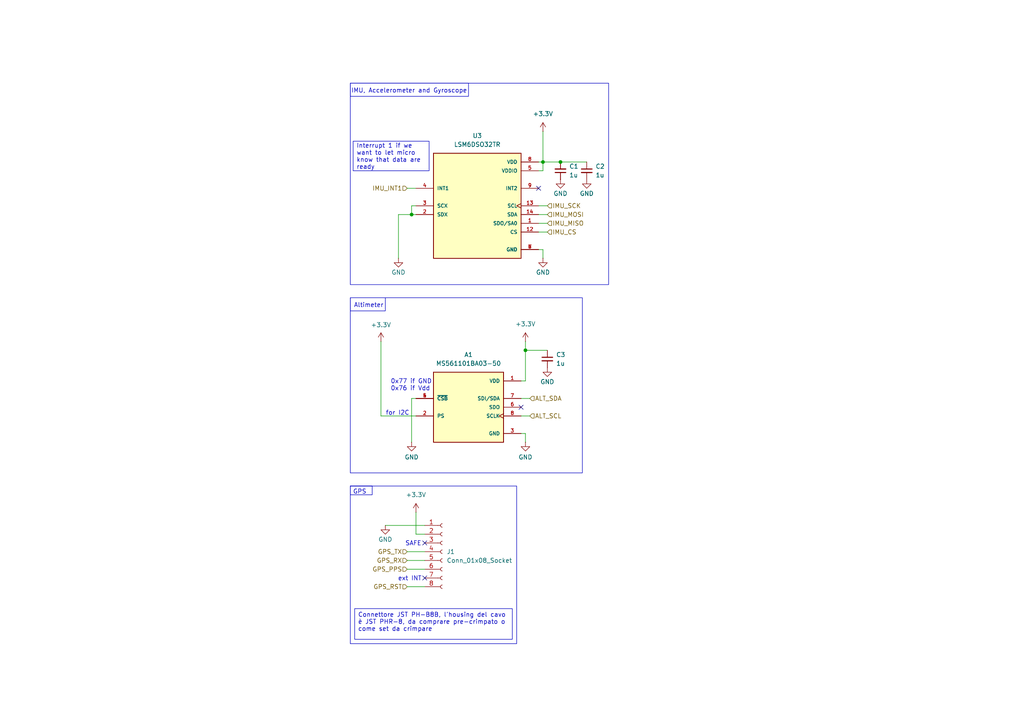
<source format=kicad_sch>
(kicad_sch
	(version 20250114)
	(generator "eeschema")
	(generator_version "9.0")
	(uuid "e4c320c5-1817-43f2-bd16-b9dccd216d6d")
	(paper "A4")
	(lib_symbols
		(symbol "Connector:Conn_01x08_Socket"
			(pin_names
				(offset 1.016)
				(hide yes)
			)
			(exclude_from_sim no)
			(in_bom yes)
			(on_board yes)
			(property "Reference" "J"
				(at 0 10.16 0)
				(effects
					(font
						(size 1.27 1.27)
					)
				)
			)
			(property "Value" "Conn_01x08_Socket"
				(at 0 -12.7 0)
				(effects
					(font
						(size 1.27 1.27)
					)
				)
			)
			(property "Footprint" ""
				(at 0 0 0)
				(effects
					(font
						(size 1.27 1.27)
					)
					(hide yes)
				)
			)
			(property "Datasheet" "~"
				(at 0 0 0)
				(effects
					(font
						(size 1.27 1.27)
					)
					(hide yes)
				)
			)
			(property "Description" "Generic connector, single row, 01x08, script generated"
				(at 0 0 0)
				(effects
					(font
						(size 1.27 1.27)
					)
					(hide yes)
				)
			)
			(property "ki_locked" ""
				(at 0 0 0)
				(effects
					(font
						(size 1.27 1.27)
					)
				)
			)
			(property "ki_keywords" "connector"
				(at 0 0 0)
				(effects
					(font
						(size 1.27 1.27)
					)
					(hide yes)
				)
			)
			(property "ki_fp_filters" "Connector*:*_1x??_*"
				(at 0 0 0)
				(effects
					(font
						(size 1.27 1.27)
					)
					(hide yes)
				)
			)
			(symbol "Conn_01x08_Socket_1_1"
				(polyline
					(pts
						(xy -1.27 7.62) (xy -0.508 7.62)
					)
					(stroke
						(width 0.1524)
						(type default)
					)
					(fill
						(type none)
					)
				)
				(polyline
					(pts
						(xy -1.27 5.08) (xy -0.508 5.08)
					)
					(stroke
						(width 0.1524)
						(type default)
					)
					(fill
						(type none)
					)
				)
				(polyline
					(pts
						(xy -1.27 2.54) (xy -0.508 2.54)
					)
					(stroke
						(width 0.1524)
						(type default)
					)
					(fill
						(type none)
					)
				)
				(polyline
					(pts
						(xy -1.27 0) (xy -0.508 0)
					)
					(stroke
						(width 0.1524)
						(type default)
					)
					(fill
						(type none)
					)
				)
				(polyline
					(pts
						(xy -1.27 -2.54) (xy -0.508 -2.54)
					)
					(stroke
						(width 0.1524)
						(type default)
					)
					(fill
						(type none)
					)
				)
				(polyline
					(pts
						(xy -1.27 -5.08) (xy -0.508 -5.08)
					)
					(stroke
						(width 0.1524)
						(type default)
					)
					(fill
						(type none)
					)
				)
				(polyline
					(pts
						(xy -1.27 -7.62) (xy -0.508 -7.62)
					)
					(stroke
						(width 0.1524)
						(type default)
					)
					(fill
						(type none)
					)
				)
				(polyline
					(pts
						(xy -1.27 -10.16) (xy -0.508 -10.16)
					)
					(stroke
						(width 0.1524)
						(type default)
					)
					(fill
						(type none)
					)
				)
				(arc
					(start 0 7.112)
					(mid -0.5058 7.62)
					(end 0 8.128)
					(stroke
						(width 0.1524)
						(type default)
					)
					(fill
						(type none)
					)
				)
				(arc
					(start 0 4.572)
					(mid -0.5058 5.08)
					(end 0 5.588)
					(stroke
						(width 0.1524)
						(type default)
					)
					(fill
						(type none)
					)
				)
				(arc
					(start 0 2.032)
					(mid -0.5058 2.54)
					(end 0 3.048)
					(stroke
						(width 0.1524)
						(type default)
					)
					(fill
						(type none)
					)
				)
				(arc
					(start 0 -0.508)
					(mid -0.5058 0)
					(end 0 0.508)
					(stroke
						(width 0.1524)
						(type default)
					)
					(fill
						(type none)
					)
				)
				(arc
					(start 0 -3.048)
					(mid -0.5058 -2.54)
					(end 0 -2.032)
					(stroke
						(width 0.1524)
						(type default)
					)
					(fill
						(type none)
					)
				)
				(arc
					(start 0 -5.588)
					(mid -0.5058 -5.08)
					(end 0 -4.572)
					(stroke
						(width 0.1524)
						(type default)
					)
					(fill
						(type none)
					)
				)
				(arc
					(start 0 -8.128)
					(mid -0.5058 -7.62)
					(end 0 -7.112)
					(stroke
						(width 0.1524)
						(type default)
					)
					(fill
						(type none)
					)
				)
				(arc
					(start 0 -10.668)
					(mid -0.5058 -10.16)
					(end 0 -9.652)
					(stroke
						(width 0.1524)
						(type default)
					)
					(fill
						(type none)
					)
				)
				(pin passive line
					(at -5.08 7.62 0)
					(length 3.81)
					(name "Pin_1"
						(effects
							(font
								(size 1.27 1.27)
							)
						)
					)
					(number "1"
						(effects
							(font
								(size 1.27 1.27)
							)
						)
					)
				)
				(pin passive line
					(at -5.08 5.08 0)
					(length 3.81)
					(name "Pin_2"
						(effects
							(font
								(size 1.27 1.27)
							)
						)
					)
					(number "2"
						(effects
							(font
								(size 1.27 1.27)
							)
						)
					)
				)
				(pin passive line
					(at -5.08 2.54 0)
					(length 3.81)
					(name "Pin_3"
						(effects
							(font
								(size 1.27 1.27)
							)
						)
					)
					(number "3"
						(effects
							(font
								(size 1.27 1.27)
							)
						)
					)
				)
				(pin passive line
					(at -5.08 0 0)
					(length 3.81)
					(name "Pin_4"
						(effects
							(font
								(size 1.27 1.27)
							)
						)
					)
					(number "4"
						(effects
							(font
								(size 1.27 1.27)
							)
						)
					)
				)
				(pin passive line
					(at -5.08 -2.54 0)
					(length 3.81)
					(name "Pin_5"
						(effects
							(font
								(size 1.27 1.27)
							)
						)
					)
					(number "5"
						(effects
							(font
								(size 1.27 1.27)
							)
						)
					)
				)
				(pin passive line
					(at -5.08 -5.08 0)
					(length 3.81)
					(name "Pin_6"
						(effects
							(font
								(size 1.27 1.27)
							)
						)
					)
					(number "6"
						(effects
							(font
								(size 1.27 1.27)
							)
						)
					)
				)
				(pin passive line
					(at -5.08 -7.62 0)
					(length 3.81)
					(name "Pin_7"
						(effects
							(font
								(size 1.27 1.27)
							)
						)
					)
					(number "7"
						(effects
							(font
								(size 1.27 1.27)
							)
						)
					)
				)
				(pin passive line
					(at -5.08 -10.16 0)
					(length 3.81)
					(name "Pin_8"
						(effects
							(font
								(size 1.27 1.27)
							)
						)
					)
					(number "8"
						(effects
							(font
								(size 1.27 1.27)
							)
						)
					)
				)
			)
			(embedded_fonts no)
		)
		(symbol "Device:C_Small"
			(pin_numbers
				(hide yes)
			)
			(pin_names
				(offset 0.254)
				(hide yes)
			)
			(exclude_from_sim no)
			(in_bom yes)
			(on_board yes)
			(property "Reference" "C"
				(at 0.254 1.778 0)
				(effects
					(font
						(size 1.27 1.27)
					)
					(justify left)
				)
			)
			(property "Value" "C_Small"
				(at 0.254 -2.032 0)
				(effects
					(font
						(size 1.27 1.27)
					)
					(justify left)
				)
			)
			(property "Footprint" ""
				(at 0 0 0)
				(effects
					(font
						(size 1.27 1.27)
					)
					(hide yes)
				)
			)
			(property "Datasheet" "~"
				(at 0 0 0)
				(effects
					(font
						(size 1.27 1.27)
					)
					(hide yes)
				)
			)
			(property "Description" "Unpolarized capacitor, small symbol"
				(at 0 0 0)
				(effects
					(font
						(size 1.27 1.27)
					)
					(hide yes)
				)
			)
			(property "ki_keywords" "capacitor cap"
				(at 0 0 0)
				(effects
					(font
						(size 1.27 1.27)
					)
					(hide yes)
				)
			)
			(property "ki_fp_filters" "C_*"
				(at 0 0 0)
				(effects
					(font
						(size 1.27 1.27)
					)
					(hide yes)
				)
			)
			(symbol "C_Small_0_1"
				(polyline
					(pts
						(xy -1.524 0.508) (xy 1.524 0.508)
					)
					(stroke
						(width 0.3048)
						(type default)
					)
					(fill
						(type none)
					)
				)
				(polyline
					(pts
						(xy -1.524 -0.508) (xy 1.524 -0.508)
					)
					(stroke
						(width 0.3302)
						(type default)
					)
					(fill
						(type none)
					)
				)
			)
			(symbol "C_Small_1_1"
				(pin passive line
					(at 0 2.54 270)
					(length 2.032)
					(name "~"
						(effects
							(font
								(size 1.27 1.27)
							)
						)
					)
					(number "1"
						(effects
							(font
								(size 1.27 1.27)
							)
						)
					)
				)
				(pin passive line
					(at 0 -2.54 90)
					(length 2.032)
					(name "~"
						(effects
							(font
								(size 1.27 1.27)
							)
						)
					)
					(number "2"
						(effects
							(font
								(size 1.27 1.27)
							)
						)
					)
				)
			)
			(embedded_fonts no)
		)
		(symbol "LSM6DSO32TR:LSM6DSO32TR"
			(pin_names
				(offset 1.016)
			)
			(exclude_from_sim no)
			(in_bom yes)
			(on_board yes)
			(property "Reference" "U"
				(at -12.7 16.002 0)
				(effects
					(font
						(size 1.27 1.27)
					)
					(justify left bottom)
				)
			)
			(property "Value" "LSM6DSO32TR"
				(at -12.7 -17.78 0)
				(effects
					(font
						(size 1.27 1.27)
					)
					(justify left bottom)
				)
			)
			(property "Footprint" "LSM6DSO32TR:XDCR_LSM6DSO32TR"
				(at 0 0 0)
				(effects
					(font
						(size 1.27 1.27)
					)
					(justify bottom)
					(hide yes)
				)
			)
			(property "Datasheet" ""
				(at 0 0 0)
				(effects
					(font
						(size 1.27 1.27)
					)
					(hide yes)
				)
			)
			(property "Description" ""
				(at 0 0 0)
				(effects
					(font
						(size 1.27 1.27)
					)
					(hide yes)
				)
			)
			(property "DigiKey_Part_Number" "497-LSM6DSO32CT-ND"
				(at 0 0 0)
				(effects
					(font
						(size 1.27 1.27)
					)
					(justify bottom)
					(hide yes)
				)
			)
			(property "SnapEDA_Link" "https://www.snapeda.com/parts/LSM6DSO32TR/STMicroelectronics/view-part/?ref=snap"
				(at 0 0 0)
				(effects
					(font
						(size 1.27 1.27)
					)
					(justify bottom)
					(hide yes)
				)
			)
			(property "MAXIMUM_PACKAGE_HEIGHT" "0.86mm"
				(at 0 0 0)
				(effects
					(font
						(size 1.27 1.27)
					)
					(justify bottom)
					(hide yes)
				)
			)
			(property "Package" "VFLGA-14 STMicroelectronics"
				(at 0 0 0)
				(effects
					(font
						(size 1.27 1.27)
					)
					(justify bottom)
					(hide yes)
				)
			)
			(property "Check_prices" "https://www.snapeda.com/parts/LSM6DSO32TR/STMicroelectronics/view-part/?ref=eda"
				(at 0 0 0)
				(effects
					(font
						(size 1.27 1.27)
					)
					(justify bottom)
					(hide yes)
				)
			)
			(property "STANDARD" "Manufacturer Recommendations"
				(at 0 0 0)
				(effects
					(font
						(size 1.27 1.27)
					)
					(justify bottom)
					(hide yes)
				)
			)
			(property "PARTREV" "1"
				(at 0 0 0)
				(effects
					(font
						(size 1.27 1.27)
					)
					(justify bottom)
					(hide yes)
				)
			)
			(property "MF" "STMicroelectronics"
				(at 0 0 0)
				(effects
					(font
						(size 1.27 1.27)
					)
					(justify bottom)
					(hide yes)
				)
			)
			(property "MP" "LSM6DSO32TR"
				(at 0 0 0)
				(effects
					(font
						(size 1.27 1.27)
					)
					(justify bottom)
					(hide yes)
				)
			)
			(property "Description_1" "Accelerometer, Gyroscope, Temperature, 6 Axis Sensor I2C, SPI Output"
				(at 0 0 0)
				(effects
					(font
						(size 1.27 1.27)
					)
					(justify bottom)
					(hide yes)
				)
			)
			(property "MANUFACTURER" "STMicroelectronics"
				(at 0 0 0)
				(effects
					(font
						(size 1.27 1.27)
					)
					(justify bottom)
					(hide yes)
				)
			)
			(symbol "LSM6DSO32TR_0_0"
				(rectangle
					(start -12.7 -15.24)
					(end 12.7 15.24)
					(stroke
						(width 0.254)
						(type default)
					)
					(fill
						(type background)
					)
				)
				(pin input line
					(at -17.78 5.08 0)
					(length 5.08)
					(name "INT1"
						(effects
							(font
								(size 1.016 1.016)
							)
						)
					)
					(number "4"
						(effects
							(font
								(size 1.016 1.016)
							)
						)
					)
				)
				(pin passive line
					(at -17.78 0 0)
					(length 5.08)
					(name "SCX"
						(effects
							(font
								(size 1.016 1.016)
							)
						)
					)
					(number "3"
						(effects
							(font
								(size 1.016 1.016)
							)
						)
					)
				)
				(pin passive line
					(at -17.78 -2.54 0)
					(length 5.08)
					(name "SDX"
						(effects
							(font
								(size 1.016 1.016)
							)
						)
					)
					(number "2"
						(effects
							(font
								(size 1.016 1.016)
							)
						)
					)
				)
				(pin no_connect line
					(at -17.78 -7.62 0)
					(length 5.08)
					(hide yes)
					(name "NC"
						(effects
							(font
								(size 1.016 1.016)
							)
						)
					)
					(number "11"
						(effects
							(font
								(size 1.016 1.016)
							)
						)
					)
				)
				(pin no_connect line
					(at -17.78 -10.16 0)
					(length 5.08)
					(hide yes)
					(name "NC"
						(effects
							(font
								(size 1.016 1.016)
							)
						)
					)
					(number "10"
						(effects
							(font
								(size 1.016 1.016)
							)
						)
					)
				)
				(pin power_in line
					(at 17.78 12.7 180)
					(length 5.08)
					(name "VDD"
						(effects
							(font
								(size 1.016 1.016)
							)
						)
					)
					(number "8"
						(effects
							(font
								(size 1.016 1.016)
							)
						)
					)
				)
				(pin power_in line
					(at 17.78 10.16 180)
					(length 5.08)
					(name "VDDIO"
						(effects
							(font
								(size 1.016 1.016)
							)
						)
					)
					(number "5"
						(effects
							(font
								(size 1.016 1.016)
							)
						)
					)
				)
				(pin output line
					(at 17.78 5.08 180)
					(length 5.08)
					(name "INT2"
						(effects
							(font
								(size 1.016 1.016)
							)
						)
					)
					(number "9"
						(effects
							(font
								(size 1.016 1.016)
							)
						)
					)
				)
				(pin input clock
					(at 17.78 0 180)
					(length 5.08)
					(name "SCL"
						(effects
							(font
								(size 1.016 1.016)
							)
						)
					)
					(number "13"
						(effects
							(font
								(size 1.016 1.016)
							)
						)
					)
				)
				(pin bidirectional line
					(at 17.78 -2.54 180)
					(length 5.08)
					(name "SDA"
						(effects
							(font
								(size 1.016 1.016)
							)
						)
					)
					(number "14"
						(effects
							(font
								(size 1.016 1.016)
							)
						)
					)
				)
				(pin bidirectional line
					(at 17.78 -5.08 180)
					(length 5.08)
					(name "SDO/SA0"
						(effects
							(font
								(size 1.016 1.016)
							)
						)
					)
					(number "1"
						(effects
							(font
								(size 1.016 1.016)
							)
						)
					)
				)
				(pin input line
					(at 17.78 -7.62 180)
					(length 5.08)
					(name "CS"
						(effects
							(font
								(size 1.016 1.016)
							)
						)
					)
					(number "12"
						(effects
							(font
								(size 1.016 1.016)
							)
						)
					)
				)
				(pin power_in line
					(at 17.78 -12.7 180)
					(length 5.08)
					(name "GND"
						(effects
							(font
								(size 1.016 1.016)
							)
						)
					)
					(number "6"
						(effects
							(font
								(size 1.016 1.016)
							)
						)
					)
				)
				(pin power_in line
					(at 17.78 -12.7 180)
					(length 5.08)
					(name "GND"
						(effects
							(font
								(size 1.016 1.016)
							)
						)
					)
					(number "7"
						(effects
							(font
								(size 1.016 1.016)
							)
						)
					)
				)
			)
			(embedded_fonts no)
		)
		(symbol "MS561101BA03-50:MS561101BA03-50"
			(pin_names
				(offset 1.016)
			)
			(exclude_from_sim no)
			(in_bom yes)
			(on_board yes)
			(property "Reference" "A"
				(at -10.16 10.922 0)
				(effects
					(font
						(size 1.27 1.27)
					)
					(justify left bottom)
				)
			)
			(property "Value" "MS561101BA03-50"
				(at -10.16 -12.7 0)
				(effects
					(font
						(size 1.27 1.27)
					)
					(justify left bottom)
				)
			)
			(property "Footprint" "MS561101BA03-50:XDCR_MS561101BA03-50"
				(at 0 0 0)
				(effects
					(font
						(size 1.27 1.27)
					)
					(justify bottom)
					(hide yes)
				)
			)
			(property "Datasheet" ""
				(at 0 0 0)
				(effects
					(font
						(size 1.27 1.27)
					)
					(hide yes)
				)
			)
			(property "Description" ""
				(at 0 0 0)
				(effects
					(font
						(size 1.27 1.27)
					)
					(hide yes)
				)
			)
			(property "Comment" "MS561101BA03-50"
				(at 0 0 0)
				(effects
					(font
						(size 1.27 1.27)
					)
					(justify bottom)
					(hide yes)
				)
			)
			(property "MF" "TE Connectivity"
				(at 0 0 0)
				(effects
					(font
						(size 1.27 1.27)
					)
					(justify bottom)
					(hide yes)
				)
			)
			(property "MAXIMUM_PACKAGE_HEIGHT" "1.1mm"
				(at 0 0 0)
				(effects
					(font
						(size 1.27 1.27)
					)
					(justify bottom)
					(hide yes)
				)
			)
			(property "Package" "SMD-8 Measurement Specialties"
				(at 0 0 0)
				(effects
					(font
						(size 1.27 1.27)
					)
					(justify bottom)
					(hide yes)
				)
			)
			(property "Price" "None"
				(at 0 0 0)
				(effects
					(font
						(size 1.27 1.27)
					)
					(justify bottom)
					(hide yes)
				)
			)
			(property "Check_prices" "https://www.snapeda.com/parts/MS561101BA03-50/TE+Connectivity+Alcoswitch+Switches/view-part/?ref=eda"
				(at 0 0 0)
				(effects
					(font
						(size 1.27 1.27)
					)
					(justify bottom)
					(hide yes)
				)
			)
			(property "STANDARD" "Manufacturer Recommendations"
				(at 0 0 0)
				(effects
					(font
						(size 1.27 1.27)
					)
					(justify bottom)
					(hide yes)
				)
			)
			(property "PARTREV" "06/2017"
				(at 0 0 0)
				(effects
					(font
						(size 1.27 1.27)
					)
					(justify bottom)
					(hide yes)
				)
			)
			(property "SnapEDA_Link" "https://www.snapeda.com/parts/MS561101BA03-50/TE+Connectivity+Alcoswitch+Switches/view-part/?ref=snap"
				(at 0 0 0)
				(effects
					(font
						(size 1.27 1.27)
					)
					(justify bottom)
					(hide yes)
				)
			)
			(property "MP" "MS561101BA03-50"
				(at 0 0 0)
				(effects
					(font
						(size 1.27 1.27)
					)
					(justify bottom)
					(hide yes)
				)
			)
			(property "Description_1" "BAROMETRIC PRESSURE SENSOR"
				(at 0 0 0)
				(effects
					(font
						(size 1.27 1.27)
					)
					(justify bottom)
					(hide yes)
				)
			)
			(property "Availability" "In Stock"
				(at 0 0 0)
				(effects
					(font
						(size 1.27 1.27)
					)
					(justify bottom)
					(hide yes)
				)
			)
			(property "MANUFACTURER" "TE Connectivity"
				(at 0 0 0)
				(effects
					(font
						(size 1.27 1.27)
					)
					(justify bottom)
					(hide yes)
				)
			)
			(symbol "MS561101BA03-50_0_0"
				(rectangle
					(start -10.16 -10.16)
					(end 10.16 10.16)
					(stroke
						(width 0.254)
						(type default)
					)
					(fill
						(type background)
					)
				)
				(pin input line
					(at -15.24 2.54 0)
					(length 5.08)
					(name "~{CSB}"
						(effects
							(font
								(size 1.016 1.016)
							)
						)
					)
					(number "4"
						(effects
							(font
								(size 1.016 1.016)
							)
						)
					)
				)
				(pin input line
					(at -15.24 2.54 0)
					(length 5.08)
					(name "~{CSB}"
						(effects
							(font
								(size 1.016 1.016)
							)
						)
					)
					(number "5"
						(effects
							(font
								(size 1.016 1.016)
							)
						)
					)
				)
				(pin input line
					(at -15.24 -2.54 0)
					(length 5.08)
					(name "PS"
						(effects
							(font
								(size 1.016 1.016)
							)
						)
					)
					(number "2"
						(effects
							(font
								(size 1.016 1.016)
							)
						)
					)
				)
				(pin power_in line
					(at 15.24 7.62 180)
					(length 5.08)
					(name "VDD"
						(effects
							(font
								(size 1.016 1.016)
							)
						)
					)
					(number "1"
						(effects
							(font
								(size 1.016 1.016)
							)
						)
					)
				)
				(pin bidirectional line
					(at 15.24 2.54 180)
					(length 5.08)
					(name "SDI/SDA"
						(effects
							(font
								(size 1.016 1.016)
							)
						)
					)
					(number "7"
						(effects
							(font
								(size 1.016 1.016)
							)
						)
					)
				)
				(pin output line
					(at 15.24 0 180)
					(length 5.08)
					(name "SDO"
						(effects
							(font
								(size 1.016 1.016)
							)
						)
					)
					(number "6"
						(effects
							(font
								(size 1.016 1.016)
							)
						)
					)
				)
				(pin input clock
					(at 15.24 -2.54 180)
					(length 5.08)
					(name "SCLK"
						(effects
							(font
								(size 1.016 1.016)
							)
						)
					)
					(number "8"
						(effects
							(font
								(size 1.016 1.016)
							)
						)
					)
				)
				(pin power_in line
					(at 15.24 -7.62 180)
					(length 5.08)
					(name "GND"
						(effects
							(font
								(size 1.016 1.016)
							)
						)
					)
					(number "3"
						(effects
							(font
								(size 1.016 1.016)
							)
						)
					)
				)
			)
			(embedded_fonts no)
		)
		(symbol "power:+3.3V"
			(power)
			(pin_numbers
				(hide yes)
			)
			(pin_names
				(offset 0)
				(hide yes)
			)
			(exclude_from_sim no)
			(in_bom yes)
			(on_board yes)
			(property "Reference" "#PWR"
				(at 0 -3.81 0)
				(effects
					(font
						(size 1.27 1.27)
					)
					(hide yes)
				)
			)
			(property "Value" "+3.3V"
				(at 0 3.556 0)
				(effects
					(font
						(size 1.27 1.27)
					)
				)
			)
			(property "Footprint" ""
				(at 0 0 0)
				(effects
					(font
						(size 1.27 1.27)
					)
					(hide yes)
				)
			)
			(property "Datasheet" ""
				(at 0 0 0)
				(effects
					(font
						(size 1.27 1.27)
					)
					(hide yes)
				)
			)
			(property "Description" "Power symbol creates a global label with name \"+3.3V\""
				(at 0 0 0)
				(effects
					(font
						(size 1.27 1.27)
					)
					(hide yes)
				)
			)
			(property "ki_keywords" "global power"
				(at 0 0 0)
				(effects
					(font
						(size 1.27 1.27)
					)
					(hide yes)
				)
			)
			(symbol "+3.3V_0_1"
				(polyline
					(pts
						(xy -0.762 1.27) (xy 0 2.54)
					)
					(stroke
						(width 0)
						(type default)
					)
					(fill
						(type none)
					)
				)
				(polyline
					(pts
						(xy 0 2.54) (xy 0.762 1.27)
					)
					(stroke
						(width 0)
						(type default)
					)
					(fill
						(type none)
					)
				)
				(polyline
					(pts
						(xy 0 0) (xy 0 2.54)
					)
					(stroke
						(width 0)
						(type default)
					)
					(fill
						(type none)
					)
				)
			)
			(symbol "+3.3V_1_1"
				(pin power_in line
					(at 0 0 90)
					(length 0)
					(name "~"
						(effects
							(font
								(size 1.27 1.27)
							)
						)
					)
					(number "1"
						(effects
							(font
								(size 1.27 1.27)
							)
						)
					)
				)
			)
			(embedded_fonts no)
		)
		(symbol "power:GND"
			(power)
			(pin_numbers
				(hide yes)
			)
			(pin_names
				(offset 0)
				(hide yes)
			)
			(exclude_from_sim no)
			(in_bom yes)
			(on_board yes)
			(property "Reference" "#PWR"
				(at 0 -6.35 0)
				(effects
					(font
						(size 1.27 1.27)
					)
					(hide yes)
				)
			)
			(property "Value" "GND"
				(at 0 -3.81 0)
				(effects
					(font
						(size 1.27 1.27)
					)
				)
			)
			(property "Footprint" ""
				(at 0 0 0)
				(effects
					(font
						(size 1.27 1.27)
					)
					(hide yes)
				)
			)
			(property "Datasheet" ""
				(at 0 0 0)
				(effects
					(font
						(size 1.27 1.27)
					)
					(hide yes)
				)
			)
			(property "Description" "Power symbol creates a global label with name \"GND\" , ground"
				(at 0 0 0)
				(effects
					(font
						(size 1.27 1.27)
					)
					(hide yes)
				)
			)
			(property "ki_keywords" "global power"
				(at 0 0 0)
				(effects
					(font
						(size 1.27 1.27)
					)
					(hide yes)
				)
			)
			(symbol "GND_0_1"
				(polyline
					(pts
						(xy 0 0) (xy 0 -1.27) (xy 1.27 -1.27) (xy 0 -2.54) (xy -1.27 -1.27) (xy 0 -1.27)
					)
					(stroke
						(width 0)
						(type default)
					)
					(fill
						(type none)
					)
				)
			)
			(symbol "GND_1_1"
				(pin power_in line
					(at 0 0 270)
					(length 0)
					(name "~"
						(effects
							(font
								(size 1.27 1.27)
							)
						)
					)
					(number "1"
						(effects
							(font
								(size 1.27 1.27)
							)
						)
					)
				)
			)
			(embedded_fonts no)
		)
	)
	(rectangle
		(start 101.6 86.36)
		(end 111.76 90.17)
		(stroke
			(width 0)
			(type default)
		)
		(fill
			(type none)
		)
		(uuid 2a7e87e5-3cb2-4b13-bb91-5a3c6175ab59)
	)
	(rectangle
		(start 101.6 140.97)
		(end 107.95 143.51)
		(stroke
			(width 0)
			(type default)
		)
		(fill
			(type none)
		)
		(uuid 2f8828ef-c43d-40c3-9b93-a48069c7783b)
	)
	(rectangle
		(start 101.6 24.13)
		(end 135.89 27.94)
		(stroke
			(width 0)
			(type default)
		)
		(fill
			(type none)
		)
		(uuid 40431185-7ced-40cf-b6f5-0687f08ac464)
	)
	(rectangle
		(start 101.6 86.36)
		(end 168.91 137.16)
		(stroke
			(width 0)
			(type default)
		)
		(fill
			(type none)
		)
		(uuid 70852c20-5512-40e3-bdbd-68a3683834c0)
	)
	(rectangle
		(start 101.6 140.97)
		(end 149.86 186.69)
		(stroke
			(width 0)
			(type default)
		)
		(fill
			(type none)
		)
		(uuid 73bf01f4-7298-4694-bffb-1b809945e1f7)
	)
	(rectangle
		(start 101.6 24.13)
		(end 176.53 82.55)
		(stroke
			(width 0)
			(type default)
		)
		(fill
			(type none)
		)
		(uuid 99058a73-df48-4cf9-bf73-9d6b8d55a8e6)
	)
	(text "Altimeter"
		(exclude_from_sim no)
		(at 102.616 88.646 0)
		(effects
			(font
				(size 1.27 1.27)
			)
			(justify left)
		)
		(uuid "20a701d2-f0b2-4b62-949e-d878a4cdf0a0")
	)
	(text "IMU, Accelerometer and Gyroscope"
		(exclude_from_sim no)
		(at 101.854 26.416 0)
		(effects
			(font
				(size 1.27 1.27)
			)
			(justify left)
		)
		(uuid "74347afb-9c27-4b90-ab86-8ef65ed4db33")
	)
	(text "for I2C"
		(exclude_from_sim no)
		(at 115.316 119.888 0)
		(effects
			(font
				(size 1.27 1.27)
			)
		)
		(uuid "79e104d8-b738-4b0f-8338-636d3a39bfbf")
	)
	(text "ext INT"
		(exclude_from_sim no)
		(at 118.872 167.894 0)
		(effects
			(font
				(size 1.27 1.27)
			)
		)
		(uuid "871eec4f-1330-481d-a94a-d0eb483d2689")
	)
	(text "0x77 if GND\n0x76 if Vdd"
		(exclude_from_sim no)
		(at 113.284 111.76 0)
		(effects
			(font
				(size 1.27 1.27)
			)
			(justify left)
		)
		(uuid "8ac4e0c8-cb1f-4bd8-afa3-6a6b3c1ac78b")
	)
	(text "SAFE"
		(exclude_from_sim no)
		(at 119.888 157.734 0)
		(effects
			(font
				(size 1.27 1.27)
			)
		)
		(uuid "b2c6eb92-6286-429b-a353-4388862bf79d")
	)
	(text "GPS"
		(exclude_from_sim no)
		(at 102.362 142.748 0)
		(effects
			(font
				(size 1.27 1.27)
			)
			(justify left)
		)
		(uuid "ecb36c55-1aee-4dac-acea-a7c62c2d8e3e")
	)
	(text_box "Connettore JST PH-B8B, l'housing del cavo è JST PHR-8, da comprare pre-crimpato o come set da crimpare"
		(exclude_from_sim no)
		(at 102.87 176.53 0)
		(size 45.72 8.89)
		(margins 0.9525 0.9525 0.9525 0.9525)
		(stroke
			(width 0)
			(type solid)
		)
		(fill
			(type none)
		)
		(effects
			(font
				(size 1.27 1.27)
			)
			(justify left top)
		)
		(uuid "76811cb2-3e24-4d75-a96b-c8f664fb73fe")
	)
	(text_box "Interrupt 1 if we want to let micro know that data are ready\n"
		(exclude_from_sim no)
		(at 102.4256 40.952 0)
		(size 22.0344 8.578)
		(margins 0.9525 0.9525 0.9525 0.9525)
		(stroke
			(width 0)
			(type default)
		)
		(fill
			(type none)
		)
		(effects
			(font
				(size 1.27 1.27)
			)
			(justify left)
		)
		(uuid "d10c58e2-ae08-4071-b829-9ca5ec5a2c7a")
	)
	(junction
		(at 157.48 46.99)
		(diameter 0)
		(color 0 0 0 0)
		(uuid "168868b2-5ea8-41f3-aa65-7eebdd8f247b")
	)
	(junction
		(at 152.4 101.6)
		(diameter 0)
		(color 0 0 0 0)
		(uuid "94dfa668-a1ee-4a59-abf5-61f9b1470368")
	)
	(junction
		(at 119.38 62.23)
		(diameter 0)
		(color 0 0 0 0)
		(uuid "d571e48e-e7f4-462a-a713-68c5d4640ebe")
	)
	(junction
		(at 162.56 46.99)
		(diameter 0)
		(color 0 0 0 0)
		(uuid "ec23e753-4a0b-4950-83e5-e047c71392a1")
	)
	(no_connect
		(at 151.13 118.11)
		(uuid "5e3fe395-48f5-4644-afa7-adda6568abe1")
	)
	(no_connect
		(at 123.19 167.64)
		(uuid "90215b26-f3a1-49f4-a2dc-2d8c79ac39cb")
	)
	(no_connect
		(at 123.19 157.48)
		(uuid "ae2e1524-37d9-477e-9fbe-46c0a799e2ad")
	)
	(no_connect
		(at 156.21 54.61)
		(uuid "f38d9c42-9f13-45aa-8403-8531d410dee1")
	)
	(wire
		(pts
			(xy 157.48 46.99) (xy 162.56 46.99)
		)
		(stroke
			(width 0)
			(type default)
		)
		(uuid "0f8d3b1c-2a1c-413a-ab05-348fba439856")
	)
	(wire
		(pts
			(xy 157.48 46.99) (xy 157.48 49.53)
		)
		(stroke
			(width 0)
			(type default)
		)
		(uuid "109c8f56-47f9-480a-b38a-0e3c17c1b8d9")
	)
	(wire
		(pts
			(xy 152.4 101.6) (xy 158.75 101.6)
		)
		(stroke
			(width 0)
			(type default)
		)
		(uuid "118d04b2-999b-48b8-b5c2-35a08057db9e")
	)
	(wire
		(pts
			(xy 152.4 99.06) (xy 152.4 101.6)
		)
		(stroke
			(width 0)
			(type default)
		)
		(uuid "1567da2c-c239-4c07-a5f1-cfed760f7e32")
	)
	(wire
		(pts
			(xy 156.21 46.99) (xy 157.48 46.99)
		)
		(stroke
			(width 0)
			(type default)
		)
		(uuid "1fd151d5-4865-4b9b-a857-ba2f4b784492")
	)
	(wire
		(pts
			(xy 156.21 67.31) (xy 158.75 67.31)
		)
		(stroke
			(width 0)
			(type default)
		)
		(uuid "238179c0-9ad5-4990-b76c-32bfbf41b806")
	)
	(wire
		(pts
			(xy 157.48 72.39) (xy 156.21 72.39)
		)
		(stroke
			(width 0)
			(type default)
		)
		(uuid "38978a38-5f96-4adf-bcd5-cd20d81821a5")
	)
	(wire
		(pts
			(xy 153.67 120.65) (xy 151.13 120.65)
		)
		(stroke
			(width 0)
			(type default)
		)
		(uuid "4b3265f0-4bc2-4698-b08d-3a2f9f1d1722")
	)
	(wire
		(pts
			(xy 156.21 49.53) (xy 157.48 49.53)
		)
		(stroke
			(width 0)
			(type default)
		)
		(uuid "50754d7b-8270-4bc4-9a64-9584c396b563")
	)
	(wire
		(pts
			(xy 119.38 115.57) (xy 120.65 115.57)
		)
		(stroke
			(width 0)
			(type default)
		)
		(uuid "56d7a394-ee79-4653-a6af-1869c639d457")
	)
	(wire
		(pts
			(xy 157.48 72.39) (xy 157.48 74.93)
		)
		(stroke
			(width 0)
			(type default)
		)
		(uuid "623e94ea-ede4-4c19-8951-cba002230035")
	)
	(wire
		(pts
			(xy 156.21 62.23) (xy 158.75 62.23)
		)
		(stroke
			(width 0)
			(type default)
		)
		(uuid "638f348a-e7ac-4649-bb50-a49da13a66a9")
	)
	(wire
		(pts
			(xy 118.11 54.61) (xy 120.65 54.61)
		)
		(stroke
			(width 0)
			(type default)
		)
		(uuid "660368ac-c160-4e09-8272-1959ac29f3f8")
	)
	(wire
		(pts
			(xy 118.11 162.56) (xy 123.19 162.56)
		)
		(stroke
			(width 0)
			(type default)
		)
		(uuid "67c6c93e-9132-4218-9e3a-aecc5211d9ee")
	)
	(wire
		(pts
			(xy 110.49 120.65) (xy 110.49 99.06)
		)
		(stroke
			(width 0)
			(type default)
		)
		(uuid "6afc799b-6d69-4a15-9fb5-a577617d8ced")
	)
	(wire
		(pts
			(xy 120.65 154.94) (xy 120.65 148.59)
		)
		(stroke
			(width 0)
			(type default)
		)
		(uuid "6d5cdd64-0fc5-4df3-9a84-21ae28ccb25c")
	)
	(wire
		(pts
			(xy 119.38 128.27) (xy 119.38 115.57)
		)
		(stroke
			(width 0)
			(type default)
		)
		(uuid "707d454c-7ec4-4962-b4f2-682b335037ab")
	)
	(wire
		(pts
			(xy 118.11 160.02) (xy 123.19 160.02)
		)
		(stroke
			(width 0)
			(type default)
		)
		(uuid "7164608e-bbb4-4faa-9a17-0e768fa4790d")
	)
	(wire
		(pts
			(xy 123.19 154.94) (xy 120.65 154.94)
		)
		(stroke
			(width 0)
			(type default)
		)
		(uuid "7179a99a-8be3-4661-8d45-cdae5b968969")
	)
	(wire
		(pts
			(xy 118.11 170.18) (xy 123.19 170.18)
		)
		(stroke
			(width 0)
			(type default)
		)
		(uuid "7bc0da82-6622-42b5-9a1c-0d69d62f5a0a")
	)
	(wire
		(pts
			(xy 151.13 125.73) (xy 152.4 125.73)
		)
		(stroke
			(width 0)
			(type default)
		)
		(uuid "7fb3a511-9a26-45f0-8d0a-cad7c0967e5a")
	)
	(wire
		(pts
			(xy 110.49 120.65) (xy 120.65 120.65)
		)
		(stroke
			(width 0)
			(type default)
		)
		(uuid "93354cc7-33bc-4de7-b48d-1c405100fc86")
	)
	(wire
		(pts
			(xy 153.67 115.57) (xy 151.13 115.57)
		)
		(stroke
			(width 0)
			(type default)
		)
		(uuid "94ef915e-2e98-4088-a3e2-cb87b0287af4")
	)
	(wire
		(pts
			(xy 119.38 62.23) (xy 120.65 62.23)
		)
		(stroke
			(width 0)
			(type default)
		)
		(uuid "95306750-9d79-466e-a721-93c5c57747ad")
	)
	(wire
		(pts
			(xy 152.4 110.49) (xy 151.13 110.49)
		)
		(stroke
			(width 0)
			(type default)
		)
		(uuid "a2c0cd79-427d-49d7-bbd4-e27a071eedc0")
	)
	(wire
		(pts
			(xy 156.21 64.77) (xy 158.75 64.77)
		)
		(stroke
			(width 0)
			(type default)
		)
		(uuid "a6cbfb53-3af5-401e-93eb-aeb668af16f4")
	)
	(wire
		(pts
			(xy 156.21 59.69) (xy 158.75 59.69)
		)
		(stroke
			(width 0)
			(type default)
		)
		(uuid "a70cd957-7d53-451f-a245-072316b29380")
	)
	(wire
		(pts
			(xy 118.11 165.1) (xy 123.19 165.1)
		)
		(stroke
			(width 0)
			(type default)
		)
		(uuid "ad081340-d2f0-493a-9d94-3f622f713871")
	)
	(wire
		(pts
			(xy 157.48 46.99) (xy 157.48 38.1)
		)
		(stroke
			(width 0)
			(type default)
		)
		(uuid "ad133692-979c-4ba5-b114-7537301b2364")
	)
	(wire
		(pts
			(xy 120.65 59.69) (xy 119.38 59.69)
		)
		(stroke
			(width 0)
			(type default)
		)
		(uuid "b319eae3-403b-4d67-be09-b1742395ed51")
	)
	(wire
		(pts
			(xy 162.56 46.99) (xy 170.18 46.99)
		)
		(stroke
			(width 0)
			(type default)
		)
		(uuid "bd1e156e-7643-488d-aad0-32dc7a77c5eb")
	)
	(wire
		(pts
			(xy 119.38 59.69) (xy 119.38 62.23)
		)
		(stroke
			(width 0)
			(type default)
		)
		(uuid "cea82531-0bf8-4759-9881-00d54ede0640")
	)
	(wire
		(pts
			(xy 115.57 62.23) (xy 115.57 74.93)
		)
		(stroke
			(width 0)
			(type default)
		)
		(uuid "d3ee8039-563c-4d65-8802-9a57ae9b5cca")
	)
	(wire
		(pts
			(xy 111.76 152.4) (xy 123.19 152.4)
		)
		(stroke
			(width 0)
			(type default)
		)
		(uuid "d892d8ba-5cff-42de-a7c3-e33787b93a1e")
	)
	(wire
		(pts
			(xy 152.4 101.6) (xy 152.4 110.49)
		)
		(stroke
			(width 0)
			(type default)
		)
		(uuid "e654c685-004d-43b1-8e30-29ef46b62f05")
	)
	(wire
		(pts
			(xy 152.4 125.73) (xy 152.4 128.27)
		)
		(stroke
			(width 0)
			(type default)
		)
		(uuid "e6e2d066-3e2a-4dbc-be82-98cb6d0c25d4")
	)
	(wire
		(pts
			(xy 115.57 62.23) (xy 119.38 62.23)
		)
		(stroke
			(width 0)
			(type default)
		)
		(uuid "ffedb17b-0f5d-4945-9973-c5de19790af9")
	)
	(hierarchical_label "GPS_PPS"
		(shape input)
		(at 118.11 165.1 180)
		(effects
			(font
				(size 1.27 1.27)
			)
			(justify right)
		)
		(uuid "09d7398b-4ca6-4b68-99e3-f55f2becdb3d")
	)
	(hierarchical_label "ALT_SCL"
		(shape input)
		(at 153.67 120.65 0)
		(effects
			(font
				(size 1.27 1.27)
			)
			(justify left)
		)
		(uuid "14a1d0e6-0c82-485f-a12a-b26f98aa8951")
	)
	(hierarchical_label "IMU_CS"
		(shape input)
		(at 158.75 67.31 0)
		(effects
			(font
				(size 1.27 1.27)
			)
			(justify left)
		)
		(uuid "5b45ea01-89c7-4b4e-a5d7-40fba207ef4f")
	)
	(hierarchical_label "IMU_SCK"
		(shape input)
		(at 158.75 59.69 0)
		(effects
			(font
				(size 1.27 1.27)
			)
			(justify left)
		)
		(uuid "69f66116-b0d3-43bd-8d29-ff175ababc40")
	)
	(hierarchical_label "IMU_MISO"
		(shape input)
		(at 158.75 64.77 0)
		(effects
			(font
				(size 1.27 1.27)
			)
			(justify left)
		)
		(uuid "76c68f50-fd05-437f-bb25-a9151e77aacb")
	)
	(hierarchical_label "IMU_INT1"
		(shape input)
		(at 118.11 54.61 180)
		(effects
			(font
				(size 1.27 1.27)
			)
			(justify right)
		)
		(uuid "8c942a94-47d3-4bf5-9964-70e2662dca86")
	)
	(hierarchical_label "IMU_MOSI"
		(shape input)
		(at 158.75 62.23 0)
		(effects
			(font
				(size 1.27 1.27)
			)
			(justify left)
		)
		(uuid "8cd94d35-2e24-4668-b68c-28bbeeb81148")
	)
	(hierarchical_label "GPS_RST"
		(shape input)
		(at 118.11 170.18 180)
		(effects
			(font
				(size 1.27 1.27)
			)
			(justify right)
		)
		(uuid "a3849209-75da-4be3-badd-71d6503daea5")
	)
	(hierarchical_label "GPS_RX"
		(shape input)
		(at 118.11 162.56 180)
		(effects
			(font
				(size 1.27 1.27)
			)
			(justify right)
		)
		(uuid "a722314d-d0c7-4755-875c-c504f6a2528d")
	)
	(hierarchical_label "ALT_SDA"
		(shape input)
		(at 153.67 115.57 0)
		(effects
			(font
				(size 1.27 1.27)
			)
			(justify left)
		)
		(uuid "c1562d83-42b4-4b66-ba68-491c46425704")
	)
	(hierarchical_label "GPS_TX"
		(shape input)
		(at 118.11 160.02 180)
		(effects
			(font
				(size 1.27 1.27)
			)
			(justify right)
		)
		(uuid "f4f0df81-0bf0-43cc-ab5d-a2f8341ae8d0")
	)
	(symbol
		(lib_id "power:+3.3V")
		(at 110.49 99.06 0)
		(unit 1)
		(exclude_from_sim no)
		(in_bom yes)
		(on_board yes)
		(dnp no)
		(uuid "0c641324-e21e-40a4-b9f0-898f3e48e1c9")
		(property "Reference" "#PWR013"
			(at 110.49 102.87 0)
			(effects
				(font
					(size 1.27 1.27)
				)
				(hide yes)
			)
		)
		(property "Value" "+3.3V"
			(at 110.49 94.234 0)
			(effects
				(font
					(size 1.27 1.27)
				)
			)
		)
		(property "Footprint" ""
			(at 110.49 99.06 0)
			(effects
				(font
					(size 1.27 1.27)
				)
				(hide yes)
			)
		)
		(property "Datasheet" ""
			(at 110.49 99.06 0)
			(effects
				(font
					(size 1.27 1.27)
				)
				(hide yes)
			)
		)
		(property "Description" "Power symbol creates a global label with name \"+3.3V\""
			(at 110.49 99.06 0)
			(effects
				(font
					(size 1.27 1.27)
				)
				(hide yes)
			)
		)
		(pin "1"
			(uuid "62280db0-87ae-4d0f-9452-2faae7126d20")
		)
		(instances
			(project "flight_computer_starpi"
				(path "/0e774532-df3b-4713-ac9c-64e52152da2c/501f1855-a611-4edc-a1e0-7cd96e4972df"
					(reference "#PWR013")
					(unit 1)
				)
			)
		)
	)
	(symbol
		(lib_id "Device:C_Small")
		(at 170.18 49.53 0)
		(unit 1)
		(exclude_from_sim no)
		(in_bom yes)
		(on_board yes)
		(dnp no)
		(fields_autoplaced yes)
		(uuid "0fc37989-6189-45d9-8d97-e63918f1ae38")
		(property "Reference" "C7"
			(at 172.72 48.2662 0)
			(effects
				(font
					(size 1.27 1.27)
				)
				(justify left)
			)
		)
		(property "Value" "1u"
			(at 172.72 50.8062 0)
			(effects
				(font
					(size 1.27 1.27)
				)
				(justify left)
			)
		)
		(property "Footprint" "Capacitor_SMD:C_0603_1608Metric_Pad1.08x0.95mm_HandSolder"
			(at 170.18 49.53 0)
			(effects
				(font
					(size 1.27 1.27)
				)
				(hide yes)
			)
		)
		(property "Datasheet" "~"
			(at 170.18 49.53 0)
			(effects
				(font
					(size 1.27 1.27)
				)
				(hide yes)
			)
		)
		(property "Description" "Unpolarized capacitor, small symbol"
			(at 170.18 49.53 0)
			(effects
				(font
					(size 1.27 1.27)
				)
				(hide yes)
			)
		)
		(pin "2"
			(uuid "2d8bc4c4-4f75-43ed-bbad-bf5f1e71770e")
		)
		(pin "1"
			(uuid "a6c55d90-879a-4463-816d-f549d4b7411a")
		)
		(instances
			(project ""
				(path "/0e774532-df3b-4713-ac9c-64e52152da2c/501f1855-a611-4edc-a1e0-7cd96e4972df"
					(reference "C7")
					(unit 1)
				)
			)
			(project ""
				(path "/e4c320c5-1817-43f2-bd16-b9dccd216d6d"
					(reference "C2")
					(unit 1)
				)
			)
		)
	)
	(symbol
		(lib_id "power:+3.3V")
		(at 120.65 148.59 0)
		(unit 1)
		(exclude_from_sim no)
		(in_bom yes)
		(on_board yes)
		(dnp no)
		(uuid "19639d9a-b197-4a3c-8453-5e0f72c64028")
		(property "Reference" "#PWR017"
			(at 120.65 152.4 0)
			(effects
				(font
					(size 1.27 1.27)
				)
				(hide yes)
			)
		)
		(property "Value" "+3.3V"
			(at 120.65 143.51 0)
			(effects
				(font
					(size 1.27 1.27)
				)
			)
		)
		(property "Footprint" ""
			(at 120.65 148.59 0)
			(effects
				(font
					(size 1.27 1.27)
				)
				(hide yes)
			)
		)
		(property "Datasheet" ""
			(at 120.65 148.59 0)
			(effects
				(font
					(size 1.27 1.27)
				)
				(hide yes)
			)
		)
		(property "Description" "Power symbol creates a global label with name \"+3.3V\""
			(at 120.65 148.59 0)
			(effects
				(font
					(size 1.27 1.27)
				)
				(hide yes)
			)
		)
		(pin "1"
			(uuid "518b3503-0efb-4948-9478-f78cd39f7d4b")
		)
		(instances
			(project "flight_computer_starpi"
				(path "/0e774532-df3b-4713-ac9c-64e52152da2c/501f1855-a611-4edc-a1e0-7cd96e4972df"
					(reference "#PWR017")
					(unit 1)
				)
			)
		)
	)
	(symbol
		(lib_id "power:GND")
		(at 119.38 128.27 0)
		(unit 1)
		(exclude_from_sim no)
		(in_bom yes)
		(on_board yes)
		(dnp no)
		(uuid "1dd2ef48-c722-4387-8439-0fd6c2094e29")
		(property "Reference" "#PWR016"
			(at 119.38 134.62 0)
			(effects
				(font
					(size 1.27 1.27)
				)
				(hide yes)
			)
		)
		(property "Value" "GND"
			(at 119.38 132.588 0)
			(effects
				(font
					(size 1.27 1.27)
				)
			)
		)
		(property "Footprint" ""
			(at 119.38 128.27 0)
			(effects
				(font
					(size 1.27 1.27)
				)
				(hide yes)
			)
		)
		(property "Datasheet" ""
			(at 119.38 128.27 0)
			(effects
				(font
					(size 1.27 1.27)
				)
				(hide yes)
			)
		)
		(property "Description" "Power symbol creates a global label with name \"GND\" , ground"
			(at 119.38 128.27 0)
			(effects
				(font
					(size 1.27 1.27)
				)
				(hide yes)
			)
		)
		(pin "1"
			(uuid "54a3c514-fe0e-43bc-ac9c-92482ac4c348")
		)
		(instances
			(project "flight_computer_starpi"
				(path "/0e774532-df3b-4713-ac9c-64e52152da2c/501f1855-a611-4edc-a1e0-7cd96e4972df"
					(reference "#PWR016")
					(unit 1)
				)
			)
		)
	)
	(symbol
		(lib_id "power:GND")
		(at 152.4 128.27 0)
		(unit 1)
		(exclude_from_sim no)
		(in_bom yes)
		(on_board yes)
		(dnp no)
		(uuid "2bb4099f-0e81-47ff-a8e7-1b01257f791b")
		(property "Reference" "#PWR019"
			(at 152.4 134.62 0)
			(effects
				(font
					(size 1.27 1.27)
				)
				(hide yes)
			)
		)
		(property "Value" "GND"
			(at 152.4 132.588 0)
			(effects
				(font
					(size 1.27 1.27)
				)
			)
		)
		(property "Footprint" ""
			(at 152.4 128.27 0)
			(effects
				(font
					(size 1.27 1.27)
				)
				(hide yes)
			)
		)
		(property "Datasheet" ""
			(at 152.4 128.27 0)
			(effects
				(font
					(size 1.27 1.27)
				)
				(hide yes)
			)
		)
		(property "Description" "Power symbol creates a global label with name \"GND\" , ground"
			(at 152.4 128.27 0)
			(effects
				(font
					(size 1.27 1.27)
				)
				(hide yes)
			)
		)
		(pin "1"
			(uuid "a74b21d7-6ff1-4c5f-9522-c6e1e071dd29")
		)
		(instances
			(project ""
				(path "/0e774532-df3b-4713-ac9c-64e52152da2c/501f1855-a611-4edc-a1e0-7cd96e4972df"
					(reference "#PWR019")
					(unit 1)
				)
			)
		)
	)
	(symbol
		(lib_id "Device:C_Small")
		(at 162.56 49.53 180)
		(unit 1)
		(exclude_from_sim no)
		(in_bom yes)
		(on_board yes)
		(dnp no)
		(fields_autoplaced yes)
		(uuid "3058c973-3fd7-4124-9b4c-730c9a3b8fe0")
		(property "Reference" "C6"
			(at 165.1 48.2535 0)
			(effects
				(font
					(size 1.27 1.27)
				)
				(justify right)
			)
		)
		(property "Value" "1u"
			(at 165.1 50.7935 0)
			(effects
				(font
					(size 1.27 1.27)
				)
				(justify right)
			)
		)
		(property "Footprint" "Capacitor_SMD:C_0603_1608Metric_Pad1.08x0.95mm_HandSolder"
			(at 162.56 49.53 0)
			(effects
				(font
					(size 1.27 1.27)
				)
				(hide yes)
			)
		)
		(property "Datasheet" "~"
			(at 162.56 49.53 0)
			(effects
				(font
					(size 1.27 1.27)
				)
				(hide yes)
			)
		)
		(property "Description" "Unpolarized capacitor, small symbol"
			(at 162.56 49.53 0)
			(effects
				(font
					(size 1.27 1.27)
				)
				(hide yes)
			)
		)
		(pin "2"
			(uuid "de13ea48-2f71-47cf-8756-eed5d1652b0c")
		)
		(pin "1"
			(uuid "36d06706-fd7b-4fcf-aa25-842e40bf6547")
		)
		(instances
			(project "Sensors_starpi"
				(path "/0e774532-df3b-4713-ac9c-64e52152da2c/501f1855-a611-4edc-a1e0-7cd96e4972df"
					(reference "C6")
					(unit 1)
				)
			)
			(project "Sensors_starpi"
				(path "/e4c320c5-1817-43f2-bd16-b9dccd216d6d"
					(reference "C1")
					(unit 1)
				)
			)
		)
	)
	(symbol
		(lib_id "power:GND")
		(at 157.48 74.93 0)
		(unit 1)
		(exclude_from_sim no)
		(in_bom yes)
		(on_board yes)
		(dnp no)
		(uuid "495d9d26-48ef-4386-b33a-1ff5a58babd7")
		(property "Reference" "#PWR021"
			(at 157.48 81.28 0)
			(effects
				(font
					(size 1.27 1.27)
				)
				(hide yes)
			)
		)
		(property "Value" "GND"
			(at 157.48 78.994 0)
			(effects
				(font
					(size 1.27 1.27)
				)
			)
		)
		(property "Footprint" ""
			(at 157.48 74.93 0)
			(effects
				(font
					(size 1.27 1.27)
				)
				(hide yes)
			)
		)
		(property "Datasheet" ""
			(at 157.48 74.93 0)
			(effects
				(font
					(size 1.27 1.27)
				)
				(hide yes)
			)
		)
		(property "Description" "Power symbol creates a global label with name \"GND\" , ground"
			(at 157.48 74.93 0)
			(effects
				(font
					(size 1.27 1.27)
				)
				(hide yes)
			)
		)
		(pin "1"
			(uuid "eb1b3e18-49f0-4bca-9557-f2d7a98469f8")
		)
		(instances
			(project "flight_computer_starpi"
				(path "/0e774532-df3b-4713-ac9c-64e52152da2c/501f1855-a611-4edc-a1e0-7cd96e4972df"
					(reference "#PWR021")
					(unit 1)
				)
			)
		)
	)
	(symbol
		(lib_id "power:+3.3V")
		(at 152.4 99.06 0)
		(unit 1)
		(exclude_from_sim no)
		(in_bom yes)
		(on_board yes)
		(dnp no)
		(uuid "4dab4605-b2b8-46e2-b08b-2ffffae533dd")
		(property "Reference" "#PWR018"
			(at 152.4 102.87 0)
			(effects
				(font
					(size 1.27 1.27)
				)
				(hide yes)
			)
		)
		(property "Value" "+3.3V"
			(at 152.4 93.98 0)
			(effects
				(font
					(size 1.27 1.27)
				)
			)
		)
		(property "Footprint" ""
			(at 152.4 99.06 0)
			(effects
				(font
					(size 1.27 1.27)
				)
				(hide yes)
			)
		)
		(property "Datasheet" ""
			(at 152.4 99.06 0)
			(effects
				(font
					(size 1.27 1.27)
				)
				(hide yes)
			)
		)
		(property "Description" "Power symbol creates a global label with name \"+3.3V\""
			(at 152.4 99.06 0)
			(effects
				(font
					(size 1.27 1.27)
				)
				(hide yes)
			)
		)
		(pin "1"
			(uuid "bc3650d5-3dcb-4e76-91ae-ca7b4d3aa7e4")
		)
		(instances
			(project "flight_computer_starpi"
				(path "/0e774532-df3b-4713-ac9c-64e52152da2c/501f1855-a611-4edc-a1e0-7cd96e4972df"
					(reference "#PWR018")
					(unit 1)
				)
			)
		)
	)
	(symbol
		(lib_id "power:GND")
		(at 111.76 152.4 0)
		(unit 1)
		(exclude_from_sim no)
		(in_bom yes)
		(on_board yes)
		(dnp no)
		(uuid "4ed2587d-98dd-4bdd-8293-dd2b89a097bd")
		(property "Reference" "#PWR014"
			(at 111.76 158.75 0)
			(effects
				(font
					(size 1.27 1.27)
				)
				(hide yes)
			)
		)
		(property "Value" "GND"
			(at 111.76 156.464 0)
			(effects
				(font
					(size 1.27 1.27)
				)
			)
		)
		(property "Footprint" ""
			(at 111.76 152.4 0)
			(effects
				(font
					(size 1.27 1.27)
				)
				(hide yes)
			)
		)
		(property "Datasheet" ""
			(at 111.76 152.4 0)
			(effects
				(font
					(size 1.27 1.27)
				)
				(hide yes)
			)
		)
		(property "Description" "Power symbol creates a global label with name \"GND\" , ground"
			(at 111.76 152.4 0)
			(effects
				(font
					(size 1.27 1.27)
				)
				(hide yes)
			)
		)
		(pin "1"
			(uuid "e642c661-4369-4143-9999-cdffda402274")
		)
		(instances
			(project "flight_computer_starpi"
				(path "/0e774532-df3b-4713-ac9c-64e52152da2c/501f1855-a611-4edc-a1e0-7cd96e4972df"
					(reference "#PWR014")
					(unit 1)
				)
			)
		)
	)
	(symbol
		(lib_id "power:GND")
		(at 115.57 74.93 0)
		(unit 1)
		(exclude_from_sim no)
		(in_bom yes)
		(on_board yes)
		(dnp no)
		(uuid "73a5f7bd-36f3-46a3-b723-89a03490cca8")
		(property "Reference" "#PWR015"
			(at 115.57 81.28 0)
			(effects
				(font
					(size 1.27 1.27)
				)
				(hide yes)
			)
		)
		(property "Value" "GND"
			(at 115.57 78.994 0)
			(effects
				(font
					(size 1.27 1.27)
				)
			)
		)
		(property "Footprint" ""
			(at 115.57 74.93 0)
			(effects
				(font
					(size 1.27 1.27)
				)
				(hide yes)
			)
		)
		(property "Datasheet" ""
			(at 115.57 74.93 0)
			(effects
				(font
					(size 1.27 1.27)
				)
				(hide yes)
			)
		)
		(property "Description" "Power symbol creates a global label with name \"GND\" , ground"
			(at 115.57 74.93 0)
			(effects
				(font
					(size 1.27 1.27)
				)
				(hide yes)
			)
		)
		(pin "1"
			(uuid "242285f5-e16a-4ed0-ad82-b3403fef1695")
		)
		(instances
			(project ""
				(path "/0e774532-df3b-4713-ac9c-64e52152da2c/501f1855-a611-4edc-a1e0-7cd96e4972df"
					(reference "#PWR015")
					(unit 1)
				)
			)
		)
	)
	(symbol
		(lib_id "power:+3.3V")
		(at 157.48 38.1 0)
		(unit 1)
		(exclude_from_sim no)
		(in_bom yes)
		(on_board yes)
		(dnp no)
		(uuid "7786c266-d06a-46b7-85d6-0c5295e8bdf2")
		(property "Reference" "#PWR020"
			(at 157.48 41.91 0)
			(effects
				(font
					(size 1.27 1.27)
				)
				(hide yes)
			)
		)
		(property "Value" "+3.3V"
			(at 157.48 33.02 0)
			(effects
				(font
					(size 1.27 1.27)
				)
			)
		)
		(property "Footprint" ""
			(at 157.48 38.1 0)
			(effects
				(font
					(size 1.27 1.27)
				)
				(hide yes)
			)
		)
		(property "Datasheet" ""
			(at 157.48 38.1 0)
			(effects
				(font
					(size 1.27 1.27)
				)
				(hide yes)
			)
		)
		(property "Description" "Power symbol creates a global label with name \"+3.3V\""
			(at 157.48 38.1 0)
			(effects
				(font
					(size 1.27 1.27)
				)
				(hide yes)
			)
		)
		(pin "1"
			(uuid "8950929c-3a36-42e9-a919-61fbd02ce8ee")
		)
		(instances
			(project "flight_computer_starpi"
				(path "/0e774532-df3b-4713-ac9c-64e52152da2c/501f1855-a611-4edc-a1e0-7cd96e4972df"
					(reference "#PWR020")
					(unit 1)
				)
			)
		)
	)
	(symbol
		(lib_id "Device:C_Small")
		(at 158.75 104.14 0)
		(unit 1)
		(exclude_from_sim no)
		(in_bom yes)
		(on_board yes)
		(dnp no)
		(fields_autoplaced yes)
		(uuid "7bae0c27-6f32-4ff7-baca-7fa9b30a1dcb")
		(property "Reference" "C5"
			(at 161.29 102.8762 0)
			(effects
				(font
					(size 1.27 1.27)
				)
				(justify left)
			)
		)
		(property "Value" "1u"
			(at 161.29 105.4162 0)
			(effects
				(font
					(size 1.27 1.27)
				)
				(justify left)
			)
		)
		(property "Footprint" "Capacitor_SMD:C_0603_1608Metric_Pad1.08x0.95mm_HandSolder"
			(at 158.75 104.14 0)
			(effects
				(font
					(size 1.27 1.27)
				)
				(hide yes)
			)
		)
		(property "Datasheet" "~"
			(at 158.75 104.14 0)
			(effects
				(font
					(size 1.27 1.27)
				)
				(hide yes)
			)
		)
		(property "Description" "Unpolarized capacitor, small symbol"
			(at 158.75 104.14 0)
			(effects
				(font
					(size 1.27 1.27)
				)
				(hide yes)
			)
		)
		(pin "1"
			(uuid "ca1cdcf5-6040-4046-9611-e37d664952f8")
		)
		(pin "2"
			(uuid "d1be47d4-834c-4f61-8de8-0c201196f6c8")
		)
		(instances
			(project "Sensors_starpi"
				(path "/0e774532-df3b-4713-ac9c-64e52152da2c/501f1855-a611-4edc-a1e0-7cd96e4972df"
					(reference "C5")
					(unit 1)
				)
			)
			(project "Sensors_starpi"
				(path "/e4c320c5-1817-43f2-bd16-b9dccd216d6d"
					(reference "C3")
					(unit 1)
				)
			)
		)
	)
	(symbol
		(lib_id "power:GND")
		(at 162.56 52.07 0)
		(unit 1)
		(exclude_from_sim no)
		(in_bom yes)
		(on_board yes)
		(dnp no)
		(uuid "9a1d4154-d30a-4093-a71d-e34a1f8a44bc")
		(property "Reference" "#PWR023"
			(at 162.56 58.42 0)
			(effects
				(font
					(size 1.27 1.27)
				)
				(hide yes)
			)
		)
		(property "Value" "GND"
			(at 162.56 56.134 0)
			(effects
				(font
					(size 1.27 1.27)
				)
			)
		)
		(property "Footprint" ""
			(at 162.56 52.07 0)
			(effects
				(font
					(size 1.27 1.27)
				)
				(hide yes)
			)
		)
		(property "Datasheet" ""
			(at 162.56 52.07 0)
			(effects
				(font
					(size 1.27 1.27)
				)
				(hide yes)
			)
		)
		(property "Description" "Power symbol creates a global label with name \"GND\" , ground"
			(at 162.56 52.07 0)
			(effects
				(font
					(size 1.27 1.27)
				)
				(hide yes)
			)
		)
		(pin "1"
			(uuid "e0c51991-3869-4362-8f32-c4f712d00181")
		)
		(instances
			(project "flight_computer_starpi"
				(path "/0e774532-df3b-4713-ac9c-64e52152da2c/501f1855-a611-4edc-a1e0-7cd96e4972df"
					(reference "#PWR023")
					(unit 1)
				)
			)
		)
	)
	(symbol
		(lib_id "power:GND")
		(at 158.75 106.68 0)
		(unit 1)
		(exclude_from_sim no)
		(in_bom yes)
		(on_board yes)
		(dnp no)
		(uuid "d0769e68-2461-4ae5-ba50-ffb1d6ba353a")
		(property "Reference" "#PWR022"
			(at 158.75 113.03 0)
			(effects
				(font
					(size 1.27 1.27)
				)
				(hide yes)
			)
		)
		(property "Value" "GND"
			(at 158.75 110.744 0)
			(effects
				(font
					(size 1.27 1.27)
				)
			)
		)
		(property "Footprint" ""
			(at 158.75 106.68 0)
			(effects
				(font
					(size 1.27 1.27)
				)
				(hide yes)
			)
		)
		(property "Datasheet" ""
			(at 158.75 106.68 0)
			(effects
				(font
					(size 1.27 1.27)
				)
				(hide yes)
			)
		)
		(property "Description" "Power symbol creates a global label with name \"GND\" , ground"
			(at 158.75 106.68 0)
			(effects
				(font
					(size 1.27 1.27)
				)
				(hide yes)
			)
		)
		(pin "1"
			(uuid "75640fce-3a99-4284-bb94-8fab38a248bf")
		)
		(instances
			(project "flight_computer_starpi"
				(path "/0e774532-df3b-4713-ac9c-64e52152da2c/501f1855-a611-4edc-a1e0-7cd96e4972df"
					(reference "#PWR022")
					(unit 1)
				)
			)
		)
	)
	(symbol
		(lib_id "power:GND")
		(at 170.18 52.07 0)
		(unit 1)
		(exclude_from_sim no)
		(in_bom yes)
		(on_board yes)
		(dnp no)
		(uuid "de208c00-022e-4416-bae1-4c63961277c6")
		(property "Reference" "#PWR024"
			(at 170.18 58.42 0)
			(effects
				(font
					(size 1.27 1.27)
				)
				(hide yes)
			)
		)
		(property "Value" "GND"
			(at 170.18 56.134 0)
			(effects
				(font
					(size 1.27 1.27)
				)
			)
		)
		(property "Footprint" ""
			(at 170.18 52.07 0)
			(effects
				(font
					(size 1.27 1.27)
				)
				(hide yes)
			)
		)
		(property "Datasheet" ""
			(at 170.18 52.07 0)
			(effects
				(font
					(size 1.27 1.27)
				)
				(hide yes)
			)
		)
		(property "Description" "Power symbol creates a global label with name \"GND\" , ground"
			(at 170.18 52.07 0)
			(effects
				(font
					(size 1.27 1.27)
				)
				(hide yes)
			)
		)
		(pin "1"
			(uuid "638032d7-6036-41e7-87e6-54a960279585")
		)
		(instances
			(project "flight_computer_starpi"
				(path "/0e774532-df3b-4713-ac9c-64e52152da2c/501f1855-a611-4edc-a1e0-7cd96e4972df"
					(reference "#PWR024")
					(unit 1)
				)
			)
		)
	)
	(symbol
		(lib_id "LSM6DSO32TR:LSM6DSO32TR")
		(at 138.43 59.69 0)
		(unit 1)
		(exclude_from_sim no)
		(in_bom yes)
		(on_board yes)
		(dnp no)
		(fields_autoplaced yes)
		(uuid "e79398cb-c415-423f-8a22-073006814035")
		(property "Reference" "U3"
			(at 138.43 39.37 0)
			(effects
				(font
					(size 1.27 1.27)
				)
			)
		)
		(property "Value" "LSM6DSO32TR"
			(at 138.43 41.91 0)
			(effects
				(font
					(size 1.27 1.27)
				)
			)
		)
		(property "Footprint" "Sensors:XDCR_LSM6DSO32TR"
			(at 138.43 59.69 0)
			(effects
				(font
					(size 1.27 1.27)
				)
				(justify bottom)
				(hide yes)
			)
		)
		(property "Datasheet" ""
			(at 138.43 59.69 0)
			(effects
				(font
					(size 1.27 1.27)
				)
				(hide yes)
			)
		)
		(property "Description" ""
			(at 138.43 59.69 0)
			(effects
				(font
					(size 1.27 1.27)
				)
				(hide yes)
			)
		)
		(property "DigiKey_Part_Number" "497-LSM6DSO32CT-ND"
			(at 138.43 59.69 0)
			(effects
				(font
					(size 1.27 1.27)
				)
				(justify bottom)
				(hide yes)
			)
		)
		(property "SnapEDA_Link" "https://www.snapeda.com/parts/LSM6DSO32TR/STMicroelectronics/view-part/?ref=snap"
			(at 138.43 59.69 0)
			(effects
				(font
					(size 1.27 1.27)
				)
				(justify bottom)
				(hide yes)
			)
		)
		(property "MAXIMUM_PACKAGE_HEIGHT" "0.86mm"
			(at 138.43 59.69 0)
			(effects
				(font
					(size 1.27 1.27)
				)
				(justify bottom)
				(hide yes)
			)
		)
		(property "Package" "VFLGA-14 STMicroelectronics"
			(at 138.43 59.69 0)
			(effects
				(font
					(size 1.27 1.27)
				)
				(justify bottom)
				(hide yes)
			)
		)
		(property "Check_prices" "https://www.snapeda.com/parts/LSM6DSO32TR/STMicroelectronics/view-part/?ref=eda"
			(at 138.43 59.69 0)
			(effects
				(font
					(size 1.27 1.27)
				)
				(justify bottom)
				(hide yes)
			)
		)
		(property "STANDARD" "Manufacturer Recommendations"
			(at 138.43 59.69 0)
			(effects
				(font
					(size 1.27 1.27)
				)
				(justify bottom)
				(hide yes)
			)
		)
		(property "PARTREV" "1"
			(at 138.43 59.69 0)
			(effects
				(font
					(size 1.27 1.27)
				)
				(justify bottom)
				(hide yes)
			)
		)
		(property "MF" "STMicroelectronics"
			(at 138.43 59.69 0)
			(effects
				(font
					(size 1.27 1.27)
				)
				(justify bottom)
				(hide yes)
			)
		)
		(property "MP" "LSM6DSO32TR"
			(at 138.43 59.69 0)
			(effects
				(font
					(size 1.27 1.27)
				)
				(justify bottom)
				(hide yes)
			)
		)
		(property "Description_1" "Accelerometer, Gyroscope, Temperature, 6 Axis Sensor I2C, SPI Output"
			(at 138.43 59.69 0)
			(effects
				(font
					(size 1.27 1.27)
				)
				(justify bottom)
				(hide yes)
			)
		)
		(property "MANUFACTURER" "STMicroelectronics"
			(at 138.43 59.69 0)
			(effects
				(font
					(size 1.27 1.27)
				)
				(justify bottom)
				(hide yes)
			)
		)
		(pin "13"
			(uuid "c2776f59-7c40-4748-9c07-48f83868bf36")
		)
		(pin "4"
			(uuid "f82f7080-04f8-45c0-a47f-5d45c4edc724")
		)
		(pin "10"
			(uuid "e2355d10-1ab5-4e75-8eae-0d511ba8458e")
		)
		(pin "11"
			(uuid "1186065e-2cbf-489b-a682-818abfb08b00")
		)
		(pin "5"
			(uuid "a5c22b5c-b845-4fa7-a38d-8cf941e273d1")
		)
		(pin "2"
			(uuid "91de8a7b-cfe0-4fd6-83bc-cbc74884859b")
		)
		(pin "3"
			(uuid "201189ef-f356-46e7-b837-17a8e7ed4989")
		)
		(pin "8"
			(uuid "5422a6bb-fc12-4359-9ce2-4b497bab4090")
		)
		(pin "9"
			(uuid "5d7dafa3-c174-43ec-a113-1f80faf806d3")
		)
		(pin "1"
			(uuid "8803528f-e886-4c92-ab0e-67d51b5de531")
		)
		(pin "12"
			(uuid "c6b769bd-87c7-4e83-b4bb-59e6e5b86848")
		)
		(pin "14"
			(uuid "23cd411c-bb09-461c-9c49-3732bc0b645c")
		)
		(pin "6"
			(uuid "9433e205-b490-4f79-adb7-4a1c040584fc")
		)
		(pin "7"
			(uuid "fc916e85-5ac0-404d-905a-b19bd05d42a5")
		)
		(instances
			(project ""
				(path "/0e774532-df3b-4713-ac9c-64e52152da2c/501f1855-a611-4edc-a1e0-7cd96e4972df"
					(reference "U3")
					(unit 1)
				)
			)
			(project ""
				(path "/e4c320c5-1817-43f2-bd16-b9dccd216d6d"
					(reference "U3")
					(unit 1)
				)
			)
		)
	)
	(symbol
		(lib_id "MS561101BA03-50:MS561101BA03-50")
		(at 135.89 118.11 0)
		(unit 1)
		(exclude_from_sim no)
		(in_bom yes)
		(on_board yes)
		(dnp no)
		(fields_autoplaced yes)
		(uuid "ea19d8ad-68eb-4932-8e12-4d83e62eca39")
		(property "Reference" "A1"
			(at 135.89 102.87 0)
			(effects
				(font
					(size 1.27 1.27)
				)
			)
		)
		(property "Value" "MS561101BA03-50"
			(at 135.89 105.41 0)
			(effects
				(font
					(size 1.27 1.27)
				)
			)
		)
		(property "Footprint" "Sensors:XDCR_MS561101BA03-50"
			(at 135.89 118.11 0)
			(effects
				(font
					(size 1.27 1.27)
				)
				(justify bottom)
				(hide yes)
			)
		)
		(property "Datasheet" ""
			(at 135.89 118.11 0)
			(effects
				(font
					(size 1.27 1.27)
				)
				(hide yes)
			)
		)
		(property "Description" ""
			(at 135.89 118.11 0)
			(effects
				(font
					(size 1.27 1.27)
				)
				(hide yes)
			)
		)
		(property "Comment" "MS561101BA03-50"
			(at 135.89 118.11 0)
			(effects
				(font
					(size 1.27 1.27)
				)
				(justify bottom)
				(hide yes)
			)
		)
		(property "MF" "TE Connectivity"
			(at 135.89 118.11 0)
			(effects
				(font
					(size 1.27 1.27)
				)
				(justify bottom)
				(hide yes)
			)
		)
		(property "MAXIMUM_PACKAGE_HEIGHT" "1.1mm"
			(at 135.89 118.11 0)
			(effects
				(font
					(size 1.27 1.27)
				)
				(justify bottom)
				(hide yes)
			)
		)
		(property "Package" "SMD-8 Measurement Specialties"
			(at 135.89 118.11 0)
			(effects
				(font
					(size 1.27 1.27)
				)
				(justify bottom)
				(hide yes)
			)
		)
		(property "Price" "None"
			(at 135.89 118.11 0)
			(effects
				(font
					(size 1.27 1.27)
				)
				(justify bottom)
				(hide yes)
			)
		)
		(property "Check_prices" "https://www.snapeda.com/parts/MS561101BA03-50/TE+Connectivity+Alcoswitch+Switches/view-part/?ref=eda"
			(at 135.89 118.11 0)
			(effects
				(font
					(size 1.27 1.27)
				)
				(justify bottom)
				(hide yes)
			)
		)
		(property "STANDARD" "Manufacturer Recommendations"
			(at 135.89 118.11 0)
			(effects
				(font
					(size 1.27 1.27)
				)
				(justify bottom)
				(hide yes)
			)
		)
		(property "PARTREV" "06/2017"
			(at 135.89 118.11 0)
			(effects
				(font
					(size 1.27 1.27)
				)
				(justify bottom)
				(hide yes)
			)
		)
		(property "SnapEDA_Link" "https://www.snapeda.com/parts/MS561101BA03-50/TE+Connectivity+Alcoswitch+Switches/view-part/?ref=snap"
			(at 135.89 118.11 0)
			(effects
				(font
					(size 1.27 1.27)
				)
				(justify bottom)
				(hide yes)
			)
		)
		(property "MP" "MS561101BA03-50"
			(at 135.89 118.11 0)
			(effects
				(font
					(size 1.27 1.27)
				)
				(justify bottom)
				(hide yes)
			)
		)
		(property "Description_1" "BAROMETRIC PRESSURE SENSOR"
			(at 135.89 118.11 0)
			(effects
				(font
					(size 1.27 1.27)
				)
				(justify bottom)
				(hide yes)
			)
		)
		(property "Availability" "In Stock"
			(at 135.89 118.11 0)
			(effects
				(font
					(size 1.27 1.27)
				)
				(justify bottom)
				(hide yes)
			)
		)
		(property "MANUFACTURER" "TE Connectivity"
			(at 135.89 118.11 0)
			(effects
				(font
					(size 1.27 1.27)
				)
				(justify bottom)
				(hide yes)
			)
		)
		(pin "4"
			(uuid "f2e3acf6-1972-4b5e-bb3d-8c20de1ffcaa")
		)
		(pin "3"
			(uuid "6a867373-a83e-4723-a0e1-3008634075e8")
		)
		(pin "2"
			(uuid "46d82424-3bcb-4ed5-9e88-01aa436543c0")
		)
		(pin "8"
			(uuid "b29fc8a5-b7ad-4a28-a797-cecabdfcdbca")
		)
		(pin "1"
			(uuid "852058e1-465f-476a-ac24-55ace7f24a7f")
		)
		(pin "7"
			(uuid "d4154440-7323-4c64-97c4-fbd5d94d50dd")
		)
		(pin "5"
			(uuid "7006620f-4639-488f-b2f6-c582e434142c")
		)
		(pin "6"
			(uuid "bfaf3536-766c-452c-927e-f8012c4c33d3")
		)
		(instances
			(project ""
				(path "/0e774532-df3b-4713-ac9c-64e52152da2c/501f1855-a611-4edc-a1e0-7cd96e4972df"
					(reference "A1")
					(unit 1)
				)
			)
			(project ""
				(path "/e4c320c5-1817-43f2-bd16-b9dccd216d6d"
					(reference "A1")
					(unit 1)
				)
			)
		)
	)
	(symbol
		(lib_id "Connector:Conn_01x08_Socket")
		(at 128.27 160.02 0)
		(unit 1)
		(exclude_from_sim no)
		(in_bom yes)
		(on_board yes)
		(dnp no)
		(fields_autoplaced yes)
		(uuid "f7623b16-b916-43d1-9f36-ab876bf3f478")
		(property "Reference" "J2"
			(at 129.54 160.0199 0)
			(effects
				(font
					(size 1.27 1.27)
				)
				(justify left)
			)
		)
		(property "Value" "Conn_01x08_Socket"
			(at 129.54 162.5599 0)
			(effects
				(font
					(size 1.27 1.27)
				)
				(justify left)
			)
		)
		(property "Footprint" "Connector_JST:JST_PH_B8B-PH-K_1x08_P2.00mm_Vertical"
			(at 128.27 160.02 0)
			(effects
				(font
					(size 1.27 1.27)
				)
				(hide yes)
			)
		)
		(property "Datasheet" "~"
			(at 128.27 160.02 0)
			(effects
				(font
					(size 1.27 1.27)
				)
				(hide yes)
			)
		)
		(property "Description" "Generic connector, single row, 01x08, script generated"
			(at 128.27 160.02 0)
			(effects
				(font
					(size 1.27 1.27)
				)
				(hide yes)
			)
		)
		(pin "4"
			(uuid "b9c8051d-4049-4e88-bfa7-b872b07dc881")
		)
		(pin "6"
			(uuid "b98bab39-28ff-4b14-9eb5-a05dc7813fe1")
		)
		(pin "8"
			(uuid "2efb13f2-24db-4877-895b-bbdac92c3c43")
		)
		(pin "7"
			(uuid "b874a359-dfd4-4f46-8cc3-11afc56ac383")
		)
		(pin "2"
			(uuid "835b7bab-3cd2-4c37-bbb7-093fe59d0797")
		)
		(pin "5"
			(uuid "34ef2b4e-6e3e-4045-b0e1-f6c6884b9b7e")
		)
		(pin "1"
			(uuid "40dd18e4-77d4-4a1e-bf6c-69d4b57b70b4")
		)
		(pin "3"
			(uuid "f982712e-869c-4bd4-8540-2da7390ab4bb")
		)
		(instances
			(project ""
				(path "/0e774532-df3b-4713-ac9c-64e52152da2c/501f1855-a611-4edc-a1e0-7cd96e4972df"
					(reference "J2")
					(unit 1)
				)
			)
			(project ""
				(path "/e4c320c5-1817-43f2-bd16-b9dccd216d6d"
					(reference "J1")
					(unit 1)
				)
			)
		)
	)
)

</source>
